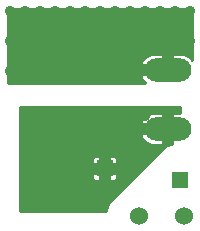
<source format=gbl>
G04 (created by PCBNEW (2013-07-07 BZR 4022)-stable) date 24/10/2014 07:26:06*
%MOIN*%
G04 Gerber Fmt 3.4, Leading zero omitted, Abs format*
%FSLAX34Y34*%
G01*
G70*
G90*
G04 APERTURE LIST*
%ADD10C,0.00590551*%
%ADD11C,0.06*%
%ADD12O,0.156X0.078*%
%ADD13R,0.055X0.055*%
%ADD14C,0.035*%
%ADD15C,0.012*%
%ADD16C,0.01*%
G04 APERTURE END LIST*
G54D10*
G54D11*
X86550Y-69600D03*
X88050Y-69600D03*
G54D12*
X87500Y-64710D03*
X87500Y-66680D03*
G54D13*
X85400Y-68000D03*
X87900Y-68400D03*
G54D14*
X84250Y-66250D03*
X84750Y-66250D03*
X85250Y-66250D03*
X85750Y-66250D03*
X86250Y-66250D03*
X86750Y-66250D03*
X86500Y-66750D03*
X86000Y-66750D03*
X85500Y-66750D03*
X85000Y-66750D03*
X84500Y-66750D03*
X84250Y-67250D03*
X84750Y-67250D03*
X85250Y-67250D03*
X85750Y-67250D03*
X86250Y-67250D03*
X86750Y-67250D03*
X84500Y-67750D03*
X84250Y-68250D03*
X84750Y-68250D03*
X84000Y-64250D03*
X83500Y-64250D03*
X84250Y-64750D03*
X84750Y-64750D03*
X85250Y-64750D03*
X85750Y-64750D03*
X86250Y-64750D03*
X82500Y-64250D03*
X83000Y-64250D03*
X82250Y-64750D03*
X82750Y-64750D03*
X83250Y-64750D03*
X83750Y-64750D03*
X88000Y-63250D03*
X87500Y-63250D03*
X87000Y-63250D03*
X86500Y-63250D03*
X86000Y-63250D03*
X85500Y-63250D03*
X85000Y-63250D03*
X84500Y-63250D03*
X84000Y-63250D03*
X83500Y-63250D03*
X83000Y-63250D03*
X82500Y-63250D03*
X82250Y-63750D03*
X82750Y-63750D03*
X83250Y-63750D03*
X83750Y-63750D03*
X84250Y-63750D03*
X84750Y-63750D03*
X85250Y-63750D03*
X85750Y-63750D03*
X86250Y-63750D03*
X86750Y-63750D03*
X87250Y-63750D03*
X87750Y-63750D03*
X88250Y-63750D03*
X86500Y-64250D03*
X86000Y-64250D03*
X85500Y-64250D03*
X85000Y-64250D03*
X84500Y-64250D03*
X88250Y-62750D03*
X87750Y-62750D03*
X87250Y-62750D03*
X86750Y-62750D03*
X86250Y-62750D03*
X85750Y-62750D03*
X85250Y-62750D03*
X84750Y-62750D03*
X84250Y-62750D03*
X83750Y-62750D03*
X83250Y-62750D03*
X82750Y-62750D03*
X82250Y-62750D03*
G54D15*
X87500Y-66680D02*
X84680Y-66680D01*
X84680Y-66680D02*
X84250Y-66250D01*
X84750Y-66250D02*
X85250Y-66250D01*
X85750Y-66250D02*
X86250Y-66250D01*
X86750Y-66250D02*
X86500Y-66500D01*
X86500Y-66500D02*
X86500Y-66750D01*
X86000Y-66750D02*
X85500Y-66750D01*
X85000Y-66750D02*
X84500Y-66750D01*
X84250Y-67250D02*
X84750Y-67250D01*
X85250Y-67250D02*
X85750Y-67250D01*
X86250Y-67250D02*
X86750Y-67250D01*
X84500Y-67750D02*
X84250Y-68000D01*
X84250Y-68000D02*
X84250Y-68250D01*
X84000Y-64250D02*
X83500Y-64250D01*
X84250Y-64750D02*
X84750Y-64750D01*
X85250Y-64750D02*
X85750Y-64750D01*
X82500Y-64250D02*
X83000Y-64250D01*
X82250Y-64750D02*
X82750Y-64750D01*
X83250Y-64750D02*
X83750Y-64750D01*
X88000Y-63250D02*
X87500Y-63250D01*
X87000Y-63250D02*
X86500Y-63250D01*
X86000Y-63250D02*
X85500Y-63250D01*
X85000Y-63250D02*
X84500Y-63250D01*
X84000Y-63250D02*
X83500Y-63250D01*
X83000Y-63250D02*
X82500Y-63250D01*
X82250Y-63750D02*
X82750Y-63750D01*
X83250Y-63750D02*
X83750Y-63750D01*
X84250Y-63750D02*
X84750Y-63750D01*
X85250Y-63750D02*
X85750Y-63750D01*
X86250Y-63750D02*
X86750Y-63750D01*
X87250Y-63750D02*
X87750Y-63750D01*
X88250Y-63750D02*
X86000Y-63750D01*
X86000Y-63750D02*
X86500Y-64250D01*
X86000Y-64250D02*
X85500Y-64250D01*
X85000Y-64250D02*
X84500Y-64250D01*
X88250Y-62750D02*
X88000Y-63000D01*
X87250Y-62750D02*
X87750Y-62750D01*
X86250Y-62750D02*
X86750Y-62750D01*
X85250Y-62750D02*
X85750Y-62750D01*
X84250Y-62750D02*
X84750Y-62750D01*
X83250Y-62750D02*
X83750Y-62750D01*
X82250Y-62750D02*
X82750Y-62750D01*
G54D10*
G36*
X88330Y-64378D02*
X88235Y-64268D01*
X88040Y-64170D01*
X87650Y-64170D01*
X87650Y-64560D01*
X87657Y-64560D01*
X87657Y-64860D01*
X87650Y-64860D01*
X87650Y-64867D01*
X87350Y-64867D01*
X87350Y-64860D01*
X87350Y-64560D01*
X87350Y-64170D01*
X86960Y-64170D01*
X86764Y-64268D01*
X86622Y-64434D01*
X86621Y-64480D01*
X86630Y-64560D01*
X87350Y-64560D01*
X87350Y-64860D01*
X86630Y-64860D01*
X86621Y-64939D01*
X86622Y-64985D01*
X86763Y-65150D01*
X82204Y-65150D01*
X82169Y-65142D01*
X82169Y-62669D01*
X88330Y-62669D01*
X88330Y-64378D01*
X88330Y-64378D01*
G37*
G54D16*
X88330Y-64378D02*
X88235Y-64268D01*
X88040Y-64170D01*
X87650Y-64170D01*
X87650Y-64560D01*
X87657Y-64560D01*
X87657Y-64860D01*
X87650Y-64860D01*
X87650Y-64867D01*
X87350Y-64867D01*
X87350Y-64860D01*
X87350Y-64560D01*
X87350Y-64170D01*
X86960Y-64170D01*
X86764Y-64268D01*
X86622Y-64434D01*
X86621Y-64480D01*
X86630Y-64560D01*
X87350Y-64560D01*
X87350Y-64860D01*
X86630Y-64860D01*
X86621Y-64939D01*
X86622Y-64985D01*
X86763Y-65150D01*
X82204Y-65150D01*
X82169Y-65142D01*
X82169Y-62669D01*
X88330Y-62669D01*
X88330Y-64378D01*
G54D10*
G36*
X87930Y-66140D02*
X87650Y-66140D01*
X87650Y-66530D01*
X87657Y-66530D01*
X87657Y-66830D01*
X87650Y-66830D01*
X87650Y-67193D01*
X87609Y-67194D01*
X87488Y-67223D01*
X87385Y-67293D01*
X87350Y-67329D01*
X87350Y-67220D01*
X87350Y-66830D01*
X87350Y-66530D01*
X87350Y-66140D01*
X86960Y-66140D01*
X86764Y-66238D01*
X86622Y-66404D01*
X86621Y-66450D01*
X86630Y-66530D01*
X87350Y-66530D01*
X87350Y-66830D01*
X86630Y-66830D01*
X86621Y-66909D01*
X86622Y-66955D01*
X86764Y-67121D01*
X86960Y-67220D01*
X87350Y-67220D01*
X87350Y-67329D01*
X85825Y-68854D01*
X85825Y-68245D01*
X85825Y-67754D01*
X85824Y-67695D01*
X85802Y-67639D01*
X85759Y-67597D01*
X85704Y-67574D01*
X85575Y-67575D01*
X85537Y-67612D01*
X85537Y-67862D01*
X85787Y-67862D01*
X85825Y-67825D01*
X85825Y-67754D01*
X85825Y-68245D01*
X85825Y-68175D01*
X85787Y-68137D01*
X85537Y-68137D01*
X85537Y-68387D01*
X85575Y-68425D01*
X85704Y-68425D01*
X85759Y-68402D01*
X85802Y-68360D01*
X85824Y-68304D01*
X85825Y-68245D01*
X85825Y-68854D01*
X85549Y-69130D01*
X85475Y-69239D01*
X85450Y-69369D01*
X85450Y-69430D01*
X85262Y-69430D01*
X85262Y-68387D01*
X85262Y-68137D01*
X85262Y-67862D01*
X85262Y-67612D01*
X85225Y-67575D01*
X85095Y-67574D01*
X85040Y-67597D01*
X84997Y-67639D01*
X84975Y-67695D01*
X84974Y-67754D01*
X84975Y-67825D01*
X85012Y-67862D01*
X85262Y-67862D01*
X85262Y-68137D01*
X85012Y-68137D01*
X84975Y-68175D01*
X84974Y-68245D01*
X84975Y-68304D01*
X84997Y-68360D01*
X85040Y-68402D01*
X85095Y-68425D01*
X85225Y-68425D01*
X85262Y-68387D01*
X85262Y-69430D01*
X82569Y-69430D01*
X82569Y-65950D01*
X87930Y-65950D01*
X87930Y-66140D01*
X87930Y-66140D01*
G37*
G54D16*
X87930Y-66140D02*
X87650Y-66140D01*
X87650Y-66530D01*
X87657Y-66530D01*
X87657Y-66830D01*
X87650Y-66830D01*
X87650Y-67193D01*
X87609Y-67194D01*
X87488Y-67223D01*
X87385Y-67293D01*
X87350Y-67329D01*
X87350Y-67220D01*
X87350Y-66830D01*
X87350Y-66530D01*
X87350Y-66140D01*
X86960Y-66140D01*
X86764Y-66238D01*
X86622Y-66404D01*
X86621Y-66450D01*
X86630Y-66530D01*
X87350Y-66530D01*
X87350Y-66830D01*
X86630Y-66830D01*
X86621Y-66909D01*
X86622Y-66955D01*
X86764Y-67121D01*
X86960Y-67220D01*
X87350Y-67220D01*
X87350Y-67329D01*
X85825Y-68854D01*
X85825Y-68245D01*
X85825Y-67754D01*
X85824Y-67695D01*
X85802Y-67639D01*
X85759Y-67597D01*
X85704Y-67574D01*
X85575Y-67575D01*
X85537Y-67612D01*
X85537Y-67862D01*
X85787Y-67862D01*
X85825Y-67825D01*
X85825Y-67754D01*
X85825Y-68245D01*
X85825Y-68175D01*
X85787Y-68137D01*
X85537Y-68137D01*
X85537Y-68387D01*
X85575Y-68425D01*
X85704Y-68425D01*
X85759Y-68402D01*
X85802Y-68360D01*
X85824Y-68304D01*
X85825Y-68245D01*
X85825Y-68854D01*
X85549Y-69130D01*
X85475Y-69239D01*
X85450Y-69369D01*
X85450Y-69430D01*
X85262Y-69430D01*
X85262Y-68387D01*
X85262Y-68137D01*
X85262Y-67862D01*
X85262Y-67612D01*
X85225Y-67575D01*
X85095Y-67574D01*
X85040Y-67597D01*
X84997Y-67639D01*
X84975Y-67695D01*
X84974Y-67754D01*
X84975Y-67825D01*
X85012Y-67862D01*
X85262Y-67862D01*
X85262Y-68137D01*
X85012Y-68137D01*
X84975Y-68175D01*
X84974Y-68245D01*
X84975Y-68304D01*
X84997Y-68360D01*
X85040Y-68402D01*
X85095Y-68425D01*
X85225Y-68425D01*
X85262Y-68387D01*
X85262Y-69430D01*
X82569Y-69430D01*
X82569Y-65950D01*
X87930Y-65950D01*
X87930Y-66140D01*
M02*

</source>
